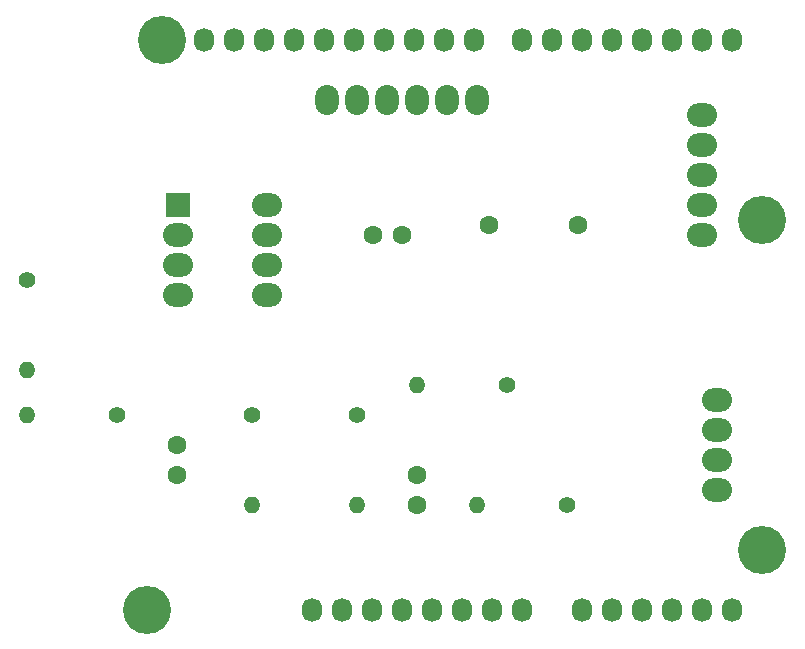
<source format=gbr>
%TF.GenerationSoftware,KiCad,Pcbnew,(5.1.10)-1*%
%TF.CreationDate,2022-03-18T17:30:20+01:00*%
%TF.ProjectId,Kicad_capteur_graphite,4b696361-645f-4636-9170-746575725f67,rev?*%
%TF.SameCoordinates,Original*%
%TF.FileFunction,Copper,L1,Top*%
%TF.FilePolarity,Positive*%
%FSLAX46Y46*%
G04 Gerber Fmt 4.6, Leading zero omitted, Abs format (unit mm)*
G04 Created by KiCad (PCBNEW (5.1.10)-1) date 2022-03-18 17:30:20*
%MOMM*%
%LPD*%
G01*
G04 APERTURE LIST*
%TA.AperFunction,ComponentPad*%
%ADD10C,1.600000*%
%TD*%
%TA.AperFunction,ComponentPad*%
%ADD11O,2.540000X2.000000*%
%TD*%
%TA.AperFunction,ComponentPad*%
%ADD12R,2.000000X2.000000*%
%TD*%
%TA.AperFunction,ComponentPad*%
%ADD13O,2.000000X2.540000*%
%TD*%
%TA.AperFunction,ComponentPad*%
%ADD14O,1.400000X1.400000*%
%TD*%
%TA.AperFunction,ComponentPad*%
%ADD15C,1.400000*%
%TD*%
%TA.AperFunction,ComponentPad*%
%ADD16O,1.727200X2.032000*%
%TD*%
%TA.AperFunction,ComponentPad*%
%ADD17C,4.064000*%
%TD*%
G04 APERTURE END LIST*
D10*
%TO.P,C4,2*%
%TO.N,ADC*%
X153898000Y-91265000D03*
%TO.P,C4,1*%
%TO.N,GND*%
X161398000Y-91265000D03*
%TD*%
%TO.P,C3,2*%
%TO.N,Net-(C3-Pad2)*%
X147828000Y-112435000D03*
%TO.P,C3,1*%
%TO.N,IN-*%
X147828000Y-114935000D03*
%TD*%
%TO.P,C2,2*%
%TO.N,+5V*%
X144058000Y-92075000D03*
%TO.P,C2,1*%
%TO.N,GND*%
X146558000Y-92075000D03*
%TD*%
%TO.P,C1,2*%
%TO.N,IN+*%
X127508000Y-109895000D03*
%TO.P,C1,1*%
%TO.N,GND*%
X127508000Y-112395000D03*
%TD*%
D11*
%TO.P,U4,5*%
%TO.N,GND*%
X171958000Y-92075000D03*
%TO.P,U4,4*%
%TO.N,+5V*%
X171958000Y-89535000D03*
%TO.P,U4,3*%
%TO.N,SWITCH*%
X171958000Y-86995000D03*
%TO.P,U4,2*%
%TO.N,DATA*%
X171958000Y-84455000D03*
%TO.P,U4,1*%
%TO.N,CLK*%
X171958000Y-81915000D03*
%TD*%
%TO.P,U3,4*%
%TO.N,GND*%
X127558000Y-97155000D03*
%TO.P,U3,5*%
%TO.N,Net-(U3-Pad5)*%
X135078000Y-97155000D03*
%TO.P,U3,3*%
%TO.N,IN+*%
X127558000Y-94615000D03*
%TO.P,U3,6*%
%TO.N,Net-(C3-Pad2)*%
X135078000Y-94615000D03*
%TO.P,U3,2*%
%TO.N,IN-*%
X127558000Y-92075000D03*
%TO.P,U3,7*%
%TO.N,+5V*%
X135078000Y-92075000D03*
D12*
%TO.P,U3,1*%
%TO.N,Net-(U3-Pad1)*%
X127558000Y-89535000D03*
D11*
%TO.P,U3,8*%
%TO.N,Net-(U3-Pad8)*%
X135078000Y-89535000D03*
%TD*%
D13*
%TO.P,U2,6*%
%TO.N,N/C*%
X152908000Y-80645000D03*
%TO.P,U2,5*%
X150368000Y-80645000D03*
%TO.P,U2,4*%
%TO.N,TX*%
X147828000Y-80645000D03*
%TO.P,U2,3*%
%TO.N,RX*%
X145288000Y-80645000D03*
%TO.P,U2,2*%
%TO.N,GND*%
X142748000Y-80645000D03*
%TO.P,U2,1*%
%TO.N,+5V*%
X140208000Y-80645000D03*
%TD*%
D11*
%TO.P,U1,4*%
%TO.N,SDA*%
X173228000Y-113665000D03*
%TO.P,U1,3*%
%TO.N,SCK*%
X173228000Y-111125000D03*
%TO.P,U1,2*%
%TO.N,+5V*%
X173228000Y-108585000D03*
%TO.P,U1,1*%
%TO.N,GND*%
X173228000Y-106045000D03*
%TD*%
D14*
%TO.P,R6,2*%
%TO.N,IN-*%
X152908000Y-114935000D03*
D15*
%TO.P,R6,1*%
%TO.N,GND*%
X160528000Y-114935000D03*
%TD*%
D14*
%TO.P,R5,2*%
%TO.N,Net-(C3-Pad2)*%
X147828000Y-104775000D03*
D15*
%TO.P,R5,1*%
%TO.N,ADC*%
X155448000Y-104775000D03*
%TD*%
D14*
%TO.P,R4,2*%
%TO.N,IN-*%
X142748000Y-114935000D03*
D15*
%TO.P,R4,1*%
%TO.N,Net-(C3-Pad2)*%
X142748000Y-107315000D03*
%TD*%
D14*
%TO.P,R3,2*%
%TO.N,GND*%
X133858000Y-114935000D03*
D15*
%TO.P,R3,1*%
%TO.N,IN+*%
X133858000Y-107315000D03*
%TD*%
D14*
%TO.P,R2,2*%
%TO.N,Net-(R1-Pad2)*%
X114808000Y-107315000D03*
D15*
%TO.P,R2,1*%
%TO.N,IN+*%
X122428000Y-107315000D03*
%TD*%
D14*
%TO.P,R1,2*%
%TO.N,Net-(R1-Pad2)*%
X114808000Y-103505000D03*
D15*
%TO.P,R1,1*%
%TO.N,+5V*%
X114808000Y-95885000D03*
%TD*%
D16*
%TO.P,P1,1*%
%TO.N,Net-(P1-Pad1)*%
X138938000Y-123825000D03*
%TO.P,P1,2*%
%TO.N,/IOREF*%
X141478000Y-123825000D03*
%TO.P,P1,3*%
%TO.N,/Reset*%
X144018000Y-123825000D03*
%TO.P,P1,4*%
%TO.N,+3V3*%
X146558000Y-123825000D03*
%TO.P,P1,5*%
%TO.N,+5V*%
X149098000Y-123825000D03*
%TO.P,P1,6*%
%TO.N,GND*%
X151638000Y-123825000D03*
%TO.P,P1,7*%
X154178000Y-123825000D03*
%TO.P,P1,8*%
%TO.N,/Vin*%
X156718000Y-123825000D03*
%TD*%
%TO.P,P2,1*%
%TO.N,ADC*%
X161798000Y-123825000D03*
%TO.P,P2,2*%
%TO.N,/A1*%
X164338000Y-123825000D03*
%TO.P,P2,3*%
%TO.N,/A2*%
X166878000Y-123825000D03*
%TO.P,P2,4*%
%TO.N,/A3*%
X169418000Y-123825000D03*
%TO.P,P2,5*%
%TO.N,SDA*%
X171958000Y-123825000D03*
%TO.P,P2,6*%
%TO.N,SCK*%
X174498000Y-123825000D03*
%TD*%
%TO.P,P3,1*%
%TO.N,/A5_SCL*%
X129794000Y-75565000D03*
%TO.P,P3,2*%
%TO.N,/A4_SDA*%
X132334000Y-75565000D03*
%TO.P,P3,3*%
%TO.N,/AREF*%
X134874000Y-75565000D03*
%TO.P,P3,4*%
%TO.N,GND*%
X137414000Y-75565000D03*
%TO.P,P3,5*%
%TO.N,/13(SCK)*%
X139954000Y-75565000D03*
%TO.P,P3,6*%
%TO.N,/12(MISO)*%
X142494000Y-75565000D03*
%TO.P,P3,7*%
%TO.N,RX*%
X145034000Y-75565000D03*
%TO.P,P3,8*%
%TO.N,TX*%
X147574000Y-75565000D03*
%TO.P,P3,9*%
%TO.N,/9(\u002A\u002A)*%
X150114000Y-75565000D03*
%TO.P,P3,10*%
%TO.N,/8*%
X152654000Y-75565000D03*
%TD*%
%TO.P,P4,1*%
%TO.N,/7*%
X156718000Y-75565000D03*
%TO.P,P4,2*%
%TO.N,/6(\u002A\u002A)*%
X159258000Y-75565000D03*
%TO.P,P4,3*%
%TO.N,/5(\u002A\u002A)*%
X161798000Y-75565000D03*
%TO.P,P4,4*%
%TO.N,SWITCH*%
X164338000Y-75565000D03*
%TO.P,P4,5*%
%TO.N,DATA*%
X166878000Y-75565000D03*
%TO.P,P4,6*%
%TO.N,CLK*%
X169418000Y-75565000D03*
%TO.P,P4,7*%
%TO.N,/1(Tx)*%
X171958000Y-75565000D03*
%TO.P,P4,8*%
%TO.N,/0(Rx)*%
X174498000Y-75565000D03*
%TD*%
D17*
%TO.P,P5,1*%
%TO.N,Net-(P5-Pad1)*%
X124968000Y-123825000D03*
%TD*%
%TO.P,P6,1*%
%TO.N,Net-(P6-Pad1)*%
X177038000Y-118745000D03*
%TD*%
%TO.P,P7,1*%
%TO.N,Net-(P7-Pad1)*%
X126238000Y-75565000D03*
%TD*%
%TO.P,P8,1*%
%TO.N,Net-(P8-Pad1)*%
X177038000Y-90805000D03*
%TD*%
M02*

</source>
